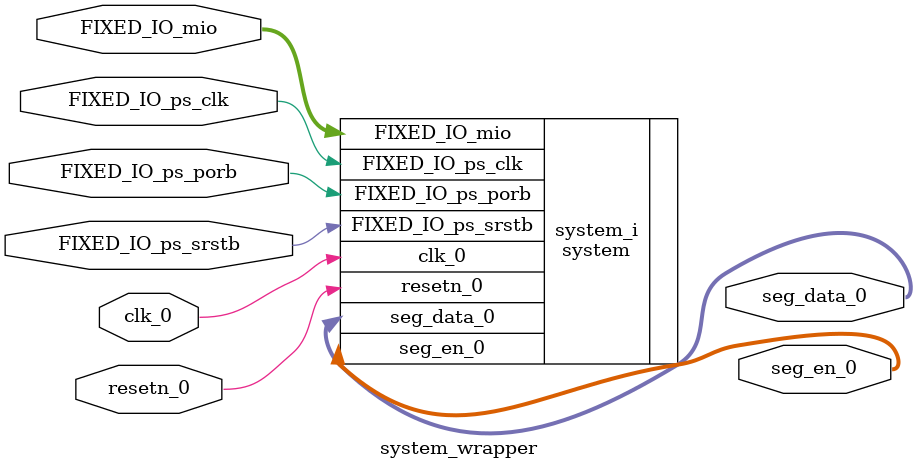
<source format=v>
`timescale 1 ps / 1 ps

module system_wrapper
   (FIXED_IO_mio,
    FIXED_IO_ps_clk,
    FIXED_IO_ps_porb,
    FIXED_IO_ps_srstb,
    clk_0,
    resetn_0,
    seg_data_0,
    seg_en_0);
  inout [53:0]FIXED_IO_mio;
  inout FIXED_IO_ps_clk;
  inout FIXED_IO_ps_porb;
  inout FIXED_IO_ps_srstb;
  input clk_0;
  input resetn_0;
  output [7:0]seg_data_0;
  output [7:0]seg_en_0;

  wire [53:0]FIXED_IO_mio;
  wire FIXED_IO_ps_clk;
  wire FIXED_IO_ps_porb;
  wire FIXED_IO_ps_srstb;
  wire clk_0;
  wire resetn_0;
  wire [7:0]seg_data_0;
  wire [7:0]seg_en_0;

  system system_i
       (.FIXED_IO_mio(FIXED_IO_mio),
        .FIXED_IO_ps_clk(FIXED_IO_ps_clk),
        .FIXED_IO_ps_porb(FIXED_IO_ps_porb),
        .FIXED_IO_ps_srstb(FIXED_IO_ps_srstb),
        .clk_0(clk_0),
        .resetn_0(resetn_0),
        .seg_data_0(seg_data_0),
        .seg_en_0(seg_en_0));
endmodule

</source>
